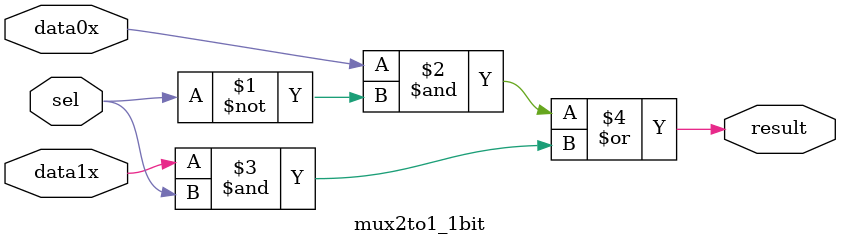
<source format=v>
module mux2to1_1bit(input data1x, data0x, sel, output result);
	assign result = (data0x & ~sel) | (data1x	& sel);
endmodule

</source>
